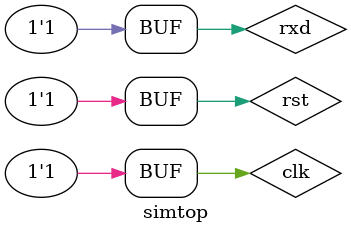
<source format=sv>
`timescale 1ns / 1ps


module simtop();
    logic clk, rst;
    logic rxd, txd;
    logic [15:0] LED;
    parameter STEP = 50; // clk(#10) * 5

    task uart(input logic [7:0] data);
    begin
    #STEP rxd = 0;
    #STEP rxd = data[0];
    #STEP rxd = data[1];
    #STEP rxd = data[2];
    #STEP rxd = data[3];
    #STEP rxd = data[4];
    #STEP rxd = data[5];
    #STEP rxd = data[6];
    #STEP rxd = data[7];
    #STEP rxd = 1;
    end
    endtask
    
    always  begin
        clk = 1'b0;
        #5 clk = 1'b1;
        #5;
    end

        logic [7:0] data;
    initial begin
        rxd = 1;
        rst = 1'b0;
        #13 rst = 1'b1;        
        //repeat(30) 
        #500;
        uart(3);
        uart(0);
        uart(0);
        uart(0);
        
        uart(8'd5);
        uart(0);
        uart(8'd128);
        uart(1);
        
        uart(182);
        uart(1);
        uart(0);
        uart(0);
        
        uart(135);
        uart(0);
        uart(0);
        uart(0);
        
        uart(0);
        

        //end
                
    end

    design_2_wrapper dut(.sys_clock (clk), .reset (rst), .rxd(rxd), .txd(txd), .LED);
    //design_2_axi_vip_0_0_slv_mem_t agent;
  //  initial begin
  //      agent = new("AXI Slave Agent", dut.design_2_i.axi_vip_0.inst.IF);
   //     agent.start_slave();
  //  end
endmodule
</source>
